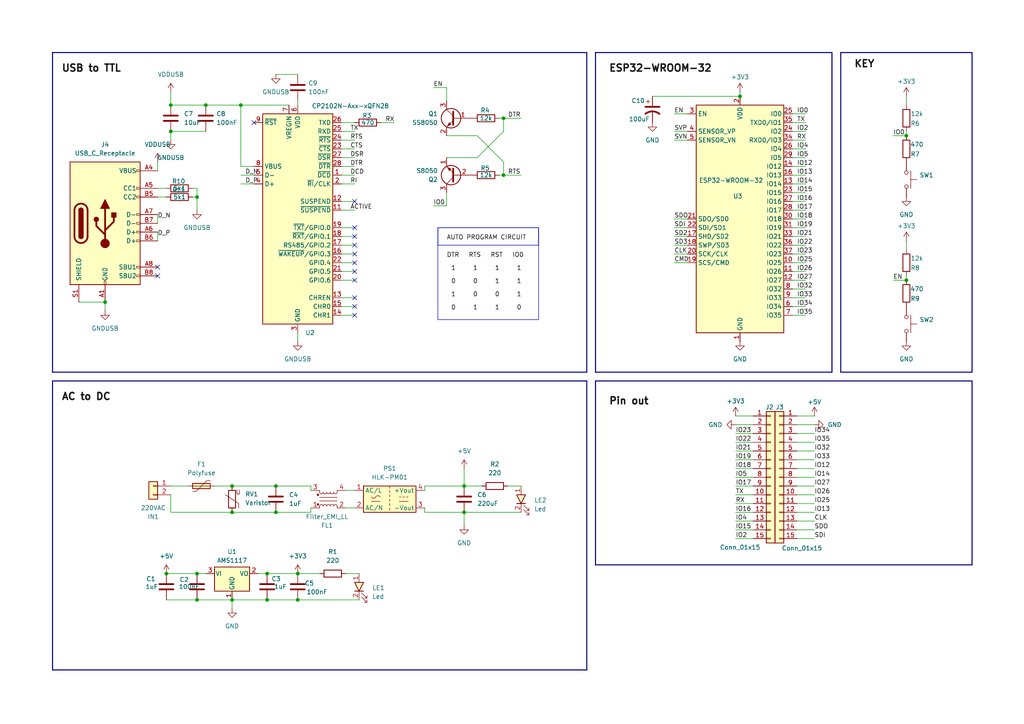
<source format=kicad_sch>
(kicad_sch (version 20231120) (generator "eeschema") (generator_version "8.0")
  (paper "A4")
  (title_block (title "Khối Mạch ESP32") (date "2025-02-28") (company "Trương Ngọc Minh") (comment 1 "MSSV: 22161286") (comment 2 "Ngành Công Nghệ Kĩ Thuật Điện Tử Viễn Thông") (comment 3 "Sơ Đồ Khối Tham Khảo Từ: https://khuenguyencreator.com/tong-quan-ve-so-do-chan-esp32-va-ngoai-vi/"))
  (lib_symbols
    (symbol "AAIVS_SYMBOLS:AMS1117" (pin_names (offset 0.254))
      (property "Reference" "U" (at -3.81 3.175 0))
      (property "Value" "AMS1117" (at 0 3.175 0))
      (symbol "AMS1117_1_1"
        (pin power_in line (at 0 -7.62 90) (length 2.54) (name "GND") (number "1"))
        (pin power_out line (at 7.62 0 180) (length 2.54) (name "VO") (number "2"))
        (pin power_in line (at -7.62 0 0) (length 2.54) (name "VI") (number "3"))
      )
    )
    (symbol "AAIVS_SYMBOLS:C" (pin_numbers hide) (pin_names (offset 0.254))
      (property "Reference" "C" (at 0.635 2.54 0))
      (property "Value" "C" (at 0.635 -2.54 0))
      (symbol "C_1_1"
        (pin passive line (at 0 3.81 270) (length 2.794) (name "~") (number "1"))
        (pin passive line (at 0 -3.81 90) (length 2.794) (name "~") (number "2"))
      )
    )
    (symbol "AAIVS_SYMBOLS:Filter_EMI_LL" (pin_names (offset 0.254) hide)
      (property "Reference" "FL" (at 0 4.445 0))
      (property "Value" "Filter_EMI_LL" (at 0 -4.445 0))
      (symbol "Filter_EMI_LL_1_1"
        (pin passive line (at -5.08 2.54 0) (length 2.54) (name "1") (number "1"))
        (pin passive line (at 5.08 2.54 180) (length 2.54) (name "2") (number "2"))
        (pin passive line (at -5.08 -2.54 0) (length 2.54) (name "3") (number "3"))
        (pin passive line (at 5.08 -2.54 180) (length 2.54) (name "4") (number "4"))
      )
    )
    (symbol "AAIVS_SYMBOLS:Led"
      (property "Reference" "LE" (at 0.508 -2.794 0))
      (property "Value" "Led" (at -0.254 2.794 0))
      (symbol "Led_1_1"
        (pin passive line (at 5.08 0 180) (length 2.54) (name "") (number "1"))
        (pin passive line (at -2.54 0 0) (length 2.54) (name "") (number "2"))
      )
    )
    (symbol "AAIVS_SYMBOLS:Polyfuse" (pin_numbers hide) (pin_names (offset 0))
      (property "Reference" "F" (at -2.54 0 90))
      (property "Value" "Polyfuse" (at 2.54 0 90))
      (symbol "Polyfuse_1_1"
        (pin passive line (at 0 3.81 270) (length 1.27) (name "~") (number "1"))
        (pin passive line (at 0 -3.81 90) (length 1.27) (name "~") (number "2"))
      )
    )
    (symbol "AAIVS_SYMBOLS:R" (pin_numbers hide) (pin_names (offset 0))
      (property "Reference" "R" (at 2.032 0 90))
      (property "Value" "R" (at 0 0 90))
      (symbol "R_1_1"
        (pin passive line (at 0 3.81 270) (length 1.27) (name "~") (number "1"))
        (pin passive line (at 0 -3.81 90) (length 1.27) (name "~") (number "2"))
      )
    )
    (symbol "AAIVS_SYMBOLS:USB_C_Receptacle" (pin_names (offset 1.016))
      (property "Reference" "J" (at -21.59 15.24 0))
      (property "Value" "USB_C_Receptacle" (at -12.7 10.16 0))
      (symbol "USB_C_Receptacle_1_1"
        (pin passive line (at 0 -22.86 90) (length 5.08) (name "GND") (number "A1"))
        (pin passive line (at 0 -22.86 90) (length 5.08) hide (name "GND") (number "A12"))
        (pin passive line (at 15.24 15.24 180) (length 5.08) (name "VBUS") (number "A4"))
        (pin bidirectional line (at 15.24 10.16 180) (length 5.08) (name "CC1") (number "A5"))
        (pin bidirectional line (at 15.24 -2.54 180) (length 5.08) (name "D+") (number "A6"))
        (pin bidirectional line (at 15.24 2.54 180) (length 5.08) (name "D-") (number "A7"))
        (pin bidirectional line (at 15.24 -12.7 180) (length 5.08) (name "SBU1") (number "A8"))
        (pin passive line (at 15.24 15.24 180) (length 5.08) hide (name "VBUS") (number "A9"))
        (pin passive line (at 0 -22.86 90) (length 5.08) hide (name "GND") (number "B1"))
        (pin passive line (at 0 -22.86 90) (length 5.08) hide (name "GND") (number "B12"))
        (pin passive line (at 15.24 15.24 180) (length 5.08) hide (name "VBUS") (number "B4"))
        (pin bidirectional line (at 15.24 7.62 180) (length 5.08) (name "CC2") (number "B5"))
        (pin bidirectional line (at 15.24 -5.08 180) (length 5.08) (name "D+") (number "B6"))
        (pin bidirectional line (at 15.24 0 180) (length 5.08) (name "D-") (number "B7"))
        (pin bidirectional line (at 15.24 -15.24 180) (length 5.08) (name "SBU2") (number "B8"))
        (pin passive line (at 15.24 15.24 180) (length 5.08) hide (name "VBUS") (number "B9"))
        (pin passive line (at -7.62 -22.86 90) (length 5.08) (name "SHIELD") (number "S1"))
      )
    )
    (symbol "AAIVS_SYMBOLS:Varistor" (pin_numbers hide) (pin_names (offset 0))
      (property "Reference" "RV" (at 3.175 0 90))
      (property "Value" "Varistor" (at -3.175 0 90))
      (symbol "Varistor_0_0"
        (text "U" (at -1.778 -2.032 0) (effects (font (size 1.27 1.27))))
      )
      (symbol "Varistor_1_1"
        (pin passive line (at 0 3.81 270) (length 1.27) (name "~") (number "1"))
        (pin passive line (at 0 -3.81 90) (length 1.27) (name "~") (number "2"))
      )
    )
    (symbol "Connector_Generic:Conn_01x02" (pin_names (offset 1.016) hide)
      (property "Reference" "J" (at 0 2.54 0))
      (property "Value" "Conn_01x02" (at 0 -5.08 0))
      (symbol "Conn_01x02_1_1"
        (pin passive line (at -5.08 0 0) (length 3.81) (name "Pin_1") (number "1"))
        (pin passive line (at -5.08 -2.54 0) (length 3.81) (name "Pin_2") (number "2"))
      )
    )
    (symbol "Connector_Generic:Conn_01x15" (pin_names (offset 1.016) hide)
      (property "Reference" "J" (at 0 20.32 0))
      (property "Value" "Conn_01x15" (at 0 -20.32 0))
      (symbol "Conn_01x15_1_1"
        (pin passive line (at -5.08 17.78 0) (length 3.81) (name "Pin_1") (number "1"))
        (pin passive line (at -5.08 -5.08 0) (length 3.81) (name "Pin_10") (number "10"))
        (pin passive line (at -5.08 -7.62 0) (length 3.81) (name "Pin_11") (number "11"))
        (pin passive line (at -5.08 -10.16 0) (length 3.81) (name "Pin_12") (number "12"))
        (pin passive line (at -5.08 -12.7 0) (length 3.81) (name "Pin_13") (number "13"))
        (pin passive line (at -5.08 -15.24 0) (length 3.81) (name "Pin_14") (number "14"))
        (pin passive line (at -5.08 -17.78 0) (length 3.81) (name "Pin_15") (number "15"))
        (pin passive line (at -5.08 15.24 0) (length 3.81) (name "Pin_2") (number "2"))
        (pin passive line (at -5.08 12.7 0) (length 3.81) (name "Pin_3") (number "3"))
        (pin passive line (at -5.08 10.16 0) (length 3.81) (name "Pin_4") (number "4"))
        (pin passive line (at -5.08 7.62 0) (length 3.81) (name "Pin_5") (number "5"))
        (pin passive line (at -5.08 5.08 0) (length 3.81) (name "Pin_6") (number "6"))
        (pin passive line (at -5.08 2.54 0) (length 3.81) (name "Pin_7") (number "7"))
        (pin passive line (at -5.08 0 0) (length 3.81) (name "Pin_8") (number "8"))
        (pin passive line (at -5.08 -2.54 0) (length 3.81) (name "Pin_9") (number "9"))
      )
    )
    (symbol "Converter_ACDC:HLK-PM01"
      (property "Reference" "PS" (at 0 5.08 0))
      (property "Value" "HLK-PM01" (at 0 -5.08 0))
      (symbol "HLK-PM01_1_1"
        (pin power_in line (at -10.16 2.54 0) (length 2.54) (name "AC/L") (number "1"))
        (pin power_in line (at -10.16 -2.54 0) (length 2.54) (name "AC/N") (number "2"))
        (pin power_out line (at 10.16 -2.54 180) (length 2.54) (name "-Vout") (number "3"))
        (pin power_out line (at 10.16 2.54 180) (length 2.54) (name "+Vout") (number "4"))
      )
    )
    (symbol "Device:C" (pin_numbers hide) (pin_names (offset 0.254))
      (property "Reference" "C" (at 0.635 2.54 0))
      (property "Value" "C" (at 0.635 -2.54 0))
      (symbol "C_1_1"
        (pin passive line (at 0 3.81 270) (length 2.794) (name "~") (number "1"))
        (pin passive line (at 0 -3.81 90) (length 2.794) (name "~") (number "2"))
      )
    )
    (symbol "Device:C_Polarized_US" (pin_numbers hide) (pin_names (offset 0.254) hide)
      (property "Reference" "C" (at 0.635 2.54 0))
      (property "Value" "C_Polarized_US" (at 0.635 -2.54 0))
      (symbol "C_Polarized_US_1_1"
        (pin passive line (at 0 3.81 270) (length 2.794) (name "~") (number "1"))
        (pin passive line (at 0 -3.81 90) (length 3.302) (name "~") (number "2"))
      )
    )
    (symbol "Device:R" (pin_numbers hide) (pin_names (offset 0))
      (property "Reference" "R" (at 2.032 0 90))
      (property "Value" "R" (at 0 0 90))
      (symbol "R_1_1"
        (pin passive line (at 0 3.81 270) (length 1.27) (name "~") (number "1"))
        (pin passive line (at 0 -3.81 90) (length 1.27) (name "~") (number "2"))
      )
    )
    (symbol "Interface_USB:CP2102N-Axx-xQFN28"
      (property "Reference" "U" (at -8.89 31.75 0))
      (property "Value" "CP2102N-Axx-xQFN28" (at 12.7 31.75 0))
      (symbol "CP2102N-Axx-xQFN28_1_1"
        (pin input line (at 12.7 12.7 180) (length 2.54) (name "~{DCD}") (number "1"))
        (pin no_connect line (at -10.16 -27.94 0) (length 2.54) hide (name "NC") (number "10"))
        (pin output line (at 12.7 2.54 180) (length 2.54) (name "~{SUSPEND}") (number "11"))
        (pin output line (at 12.7 5.08 180) (length 2.54) (name "SUSPEND") (number "12"))
        (pin output line (at 12.7 -22.86 180) (length 2.54) (name "CHREN") (number "13"))
        (pin output line (at 12.7 -27.94 180) (length 2.54) (name "CHR1") (number "14"))
        (pin output line (at 12.7 -25.4 180) (length 2.54) (name "CHR0") (number "15"))
        (pin bidirectional line (at 12.7 -10.16 180) (length 2.54) (name "~{WAKEUP}/GPIO.3") (number "16"))
        (pin bidirectional line (at 12.7 -7.62 180) (length 2.54) (name "RS485/GPIO.2") (number "17"))
        (pin bidirectional line (at 12.7 -5.08 180) (length 2.54) (name "~{RXT}/GPIO.1") (number "18"))
        (pin bidirectional line (at 12.7 -2.54 180) (length 2.54) (name "~{TXT}/GPIO.0") (number "19"))
        (pin bidirectional line (at 12.7 10.16 180) (length 2.54) (name "~{RI}/CLK") (number "2"))
        (pin bidirectional line (at 12.7 -17.78 180) (length 2.54) (name "GPIO.6") (number "20"))
        (pin bidirectional line (at 12.7 -15.24 180) (length 2.54) (name "GPIO.5") (number "21"))
        (pin bidirectional line (at 12.7 -12.7 180) (length 2.54) (name "GPIO.4") (number "22"))
        (pin input line (at 12.7 20.32 180) (length 2.54) (name "~{CTS}") (number "23"))
        (pin output line (at 12.7 22.86 180) (length 2.54) (name "~{RTS}") (number "24"))
        (pin input line (at 12.7 25.4 180) (length 2.54) (name "RXD") (number "25"))
        (pin output line (at 12.7 27.94 180) (length 2.54) (name "TXD") (number "26"))
        (pin input line (at 12.7 17.78 180) (length 2.54) (name "~{DSR}") (number "27"))
        (pin output line (at 12.7 15.24 180) (length 2.54) (name "~{DTR}") (number "28"))
        (pin passive line (at 0 -33.02 90) (length 2.54) hide (name "GND") (number "29"))
        (pin power_in line (at 0 -33.02 90) (length 2.54) (name "GND") (number "3"))
        (pin bidirectional line (at -12.7 10.16 0) (length 2.54) (name "D+") (number "4"))
        (pin bidirectional line (at -12.7 12.7 0) (length 2.54) (name "D-") (number "5"))
        (pin power_in line (at 0 33.02 270) (length 2.54) (name "VDD") (number "6"))
        (pin power_in line (at -2.54 33.02 270) (length 2.54) (name "VREGIN") (number "7"))
        (pin input line (at -12.7 15.24 0) (length 2.54) (name "VBUS") (number "8"))
        (pin input line (at -12.7 27.94 0) (length 2.54) (name "~{RST}") (number "9"))
      )
    )
    (symbol "RF_Module:ESP32-WROOM-32"
      (property "Reference" "U" (at -12.7 34.29 0))
      (property "Value" "ESP32-WROOM-32" (at 1.27 34.29 0))
      (symbol "ESP32-WROOM-32_1_1"
        (pin power_in line (at 0 -35.56 90) (length 2.54) (name "GND") (number "1"))
        (pin bidirectional line (at 15.24 -12.7 180) (length 2.54) (name "IO25") (number "10"))
        (pin bidirectional line (at 15.24 -15.24 180) (length 2.54) (name "IO26") (number "11"))
        (pin bidirectional line (at 15.24 -17.78 180) (length 2.54) (name "IO27") (number "12"))
        (pin bidirectional line (at 15.24 10.16 180) (length 2.54) (name "IO14") (number "13"))
        (pin bidirectional line (at 15.24 15.24 180) (length 2.54) (name "IO12") (number "14"))
        (pin passive line (at 0 -35.56 90) (length 2.54) hide (name "GND") (number "15"))
        (pin bidirectional line (at 15.24 12.7 180) (length 2.54) (name "IO13") (number "16"))
        (pin bidirectional line (at -15.24 -5.08 0) (length 2.54) (name "SHD/SD2") (number "17"))
        (pin bidirectional line (at -15.24 -7.62 0) (length 2.54) (name "SWP/SD3") (number "18"))
        (pin bidirectional line (at -15.24 -12.7 0) (length 2.54) (name "SCS/CMD") (number "19"))
        (pin power_in line (at 0 35.56 270) (length 2.54) (name "VDD") (number "2"))
        (pin bidirectional line (at -15.24 -10.16 0) (length 2.54) (name "SCK/CLK") (number "20"))
        (pin bidirectional line (at -15.24 0 0) (length 2.54) (name "SDO/SD0") (number "21"))
        (pin bidirectional line (at -15.24 -2.54 0) (length 2.54) (name "SDI/SD1") (number "22"))
        (pin bidirectional line (at 15.24 7.62 180) (length 2.54) (name "IO15") (number "23"))
        (pin bidirectional line (at 15.24 25.4 180) (length 2.54) (name "IO2") (number "24"))
        (pin bidirectional line (at 15.24 30.48 180) (length 2.54) (name "IO0") (number "25"))
        (pin bidirectional line (at 15.24 20.32 180) (length 2.54) (name "IO4") (number "26"))
        (pin bidirectional line (at 15.24 5.08 180) (length 2.54) (name "IO16") (number "27"))
        (pin bidirectional line (at 15.24 2.54 180) (length 2.54) (name "IO17") (number "28"))
        (pin bidirectional line (at 15.24 17.78 180) (length 2.54) (name "IO5") (number "29"))
        (pin input line (at -15.24 30.48 0) (length 2.54) (name "EN") (number "3"))
        (pin bidirectional line (at 15.24 0 180) (length 2.54) (name "IO18") (number "30"))
        (pin bidirectional line (at 15.24 -2.54 180) (length 2.54) (name "IO19") (number "31"))
        (pin no_connect line (at -12.7 -27.94 0) (length 2.54) hide (name "NC") (number "32"))
        (pin bidirectional line (at 15.24 -5.08 180) (length 2.54) (name "IO21") (number "33"))
        (pin bidirectional line (at 15.24 22.86 180) (length 2.54) (name "RXD0/IO3") (number "34"))
        (pin bidirectional line (at 15.24 27.94 180) (length 2.54) (name "TXD0/IO1") (number "35"))
        (pin bidirectional line (at 15.24 -7.62 180) (length 2.54) (name "IO22") (number "36"))
        (pin bidirectional line (at 15.24 -10.16 180) (length 2.54) (name "IO23") (number "37"))
        (pin passive line (at 0 -35.56 90) (length 2.54) hide (name "GND") (number "38"))
        (pin passive line (at 0 -35.56 90) (length 2.54) hide (name "GND") (number "39"))
        (pin input line (at -15.24 25.4 0) (length 2.54) (name "SENSOR_VP") (number "4"))
        (pin input line (at -15.24 22.86 0) (length 2.54) (name "SENSOR_VN") (number "5"))
        (pin input line (at 15.24 -25.4 180) (length 2.54) (name "IO34") (number "6"))
        (pin input line (at 15.24 -27.94 180) (length 2.54) (name "IO35") (number "7"))
        (pin bidirectional line (at 15.24 -20.32 180) (length 2.54) (name "IO32") (number "8"))
        (pin bidirectional line (at 15.24 -22.86 180) (length 2.54) (name "IO33") (number "9"))
      )
    )
    (symbol "Switch:SW_Push" (pin_numbers hide) (pin_names (offset 1.016) hide)
      (property "Reference" "SW" (at 1.27 2.54 0))
      (property "Value" "SW_Push" (at 0 -1.524 0))
      (symbol "SW_Push_0_1"
        (pin passive line (at -5.08 0 0) (length 2.54) (name "1") (number "1"))
        (pin passive line (at 5.08 0 180) (length 2.54) (name "2") (number "2"))
      )
    )
    (symbol "Transistor_BJT:S8050" (pin_names (offset 0) hide)
      (property "Reference" "Q" (at 5.08 1.905 0))
      (property "Value" "S8050" (at 5.08 0 0))
      (symbol "S8050_1_1"
        (pin passive line (at 2.54 -5.08 90) (length 2.54) (name "E") (number "1"))
        (pin input line (at -5.08 0 0) (length 5.08) (name "B") (number "2"))
        (pin passive line (at 2.54 5.08 270) (length 2.54) (name "C") (number "3"))
      )
    )
    (symbol "Transistor_BJT:SS8050" (pin_names (offset 0) hide)
      (property "Reference" "Q" (at 5.08 1.905 0))
      (property "Value" "SS8050" (at 5.08 0 0))
      (symbol "SS8050_1_1"
        (pin input line (at -5.08 0 0) (length 5.715) (name "B") (number "1"))
        (pin passive line (at 2.54 -5.08 90) (length 2.54) (name "E") (number "2"))
        (pin passive line (at 2.54 5.08 270) (length 2.54) (name "C") (number "3"))
      )
    )
    (symbol "power:+3V3" (power) (pin_numbers hide) (pin_names (offset 0) hide)
      (property "Value" "+3V3" (at 0 3.556 0))
      (symbol "+3V3_1_1"
        (pin power_in line (at 0 0 90) (length 0) (name "~") (number "1"))
      )
    )
    (symbol "power:+5V" (power) (pin_numbers hide) (pin_names (offset 0) hide)
      (property "Value" "+5V" (at 0 3.556 0))
      (symbol "+5V_1_1"
        (pin power_in line (at 0 0 90) (length 0) (name "~") (number "1"))
      )
    )
    (symbol "power:GND" (power) (pin_numbers hide) (pin_names (offset 0) hide)
      (property "Value" "GND" (at 0 -3.81 0))
      (symbol "GND_1_1"
        (pin power_in line (at 0 0 270) (length 0) (name "~") (number "1"))
      )
    )
    (symbol "power:VDD" (power) (pin_numbers hide) (pin_names (offset 0) hide)
      (property "Value" "VDD" (at 0 3.556 0))
      (symbol "VDD_1_1"
        (pin power_in line (at 0 0 90) (length 0) (name "~") (number "1"))
      )
    )
  )
  (junction (at 57.15 166.37))
  (junction (at 48.26 166.37))
  (junction (at 146.05 50.8))
  (junction (at 67.31 140.97))
  (junction (at 86.36 173.99))
  (junction (at 49.53 30.48))
  (junction (at 146.05 34.29))
  (junction (at 262.89 39.37))
  (junction (at 214.63 27.94))
  (junction (at 80.01 148.59))
  (junction (at 30.48 87.63))
  (junction (at 134.62 140.97))
  (junction (at 49.53 38.1))
  (junction (at 67.31 148.59))
  (junction (at 77.47 166.37))
  (junction (at 57.15 57.15))
  (junction (at 59.69 30.48))
  (junction (at 262.89 81.28))
  (junction (at 67.31 173.99))
  (junction (at 57.15 173.99))
  (junction (at 86.36 166.37))
  (junction (at 80.01 140.97))
  (junction (at 77.47 173.99))
  (junction (at 69.85 30.48))
  (junction (at 134.62 148.59))
  (no_connect (at 102.87 66.04))
  (no_connect (at 45.72 77.47))
  (no_connect (at 102.87 78.74))
  (no_connect (at 102.87 81.28))
  (no_connect (at 102.87 91.44))
  (no_connect (at 102.87 71.12))
  (no_connect (at 102.87 88.9))
  (no_connect (at 102.87 86.36))
  (no_connect (at 102.87 73.66))
  (no_connect (at 102.87 58.42))
  (no_connect (at 102.87 76.2))
  (no_connect (at 102.87 68.58))
  (no_connect (at 73.66 35.56))
  (no_connect (at 45.72 80.01))
  (wire (pts (xy 99.06 50.8) (xy 102.87 50.8)))
  (bus (pts (xy 172.72 15.24) (xy 172.72 107.95)))
  (bus (pts (xy 172.72 110.49) (xy 281.94 110.49)))
  (wire (pts (xy 262.89 27.94) (xy 262.89 30.48)))
  (wire (pts (xy 99.06 71.12) (xy 102.87 71.12)))
  (wire (pts (xy 77.47 173.99) (xy 86.36 173.99)))
  (wire (pts (xy 99.06 35.56) (xy 102.87 35.56)))
  (wire (pts (xy 22.86 87.63) (xy 30.48 87.63)))
  (wire (pts (xy 231.14 140.97) (xy 236.22 140.97)))
  (wire (pts (xy 100.33 166.37) (xy 104.14 166.37)))
  (bus (pts (xy 243.84 15.24) (xy 243.84 107.95)))
  (wire (pts (xy 74.93 166.37) (xy 77.47 166.37)))
  (wire (pts (xy 99.06 38.1) (xy 102.87 38.1)))
  (wire (pts (xy 67.31 173.99) (xy 67.31 176.53)))
  (wire (pts (xy 213.36 125.73) (xy 218.44 125.73)))
  (wire (pts (xy 80.01 21.59) (xy 86.36 21.59)))
  (wire (pts (xy 229.87 63.5) (xy 233.68 63.5)))
  (wire (pts (xy 99.06 68.58) (xy 102.87 68.58)))
  (wire (pts (xy 55.88 54.61) (xy 57.15 54.61)))
  (wire (pts (xy 57.15 166.37) (xy 59.69 166.37)))
  (wire (pts (xy 229.87 48.26) (xy 233.68 48.26)))
  (bus (pts (xy 172.72 15.24) (xy 241.3 15.24)))
  (wire (pts (xy 229.87 86.36) (xy 233.68 86.36)))
  (wire (pts (xy 229.87 88.9) (xy 233.68 88.9)))
  (wire (pts (xy 123.19 140.97) (xy 134.62 140.97)))
  (bus (pts (xy 243.84 15.24) (xy 281.94 15.24)))
  (wire (pts (xy 213.36 146.05) (xy 218.44 146.05)))
  (wire (pts (xy 229.87 68.58) (xy 233.68 68.58)))
  (wire (pts (xy 213.36 128.27) (xy 218.44 128.27)))
  (wire (pts (xy 86.36 166.37) (xy 92.71 166.37)))
  (wire (pts (xy 262.89 38.1) (xy 262.89 39.37)))
  (wire (pts (xy 69.85 48.26) (xy 73.66 48.26)))
  (wire (pts (xy 80.01 140.97) (xy 90.17 140.97)))
  (wire (pts (xy 99.06 78.74) (xy 102.87 78.74)))
  (bus (pts (xy 172.72 110.49) (xy 172.72 163.83)))
  (wire (pts (xy 129.54 45.72) (xy 138.43 45.72)))
  (wire (pts (xy 48.26 173.99) (xy 57.15 173.99)))
  (wire (pts (xy 123.19 148.59) (xy 134.62 148.59)))
  (wire (pts (xy 69.85 53.34) (xy 73.66 53.34)))
  (bus (pts (xy 15.24 110.49) (xy 15.24 194.31)))
  (wire (pts (xy 229.87 73.66) (xy 233.68 73.66)))
  (wire (pts (xy 110.49 35.56) (xy 114.3 35.56)))
  (wire (pts (xy 30.48 87.63) (xy 30.48 90.17)))
  (wire (pts (xy 231.14 151.13) (xy 236.22 151.13)))
  (bus (pts (xy 170.18 15.24) (xy 170.18 107.95)))
  (wire (pts (xy 123.19 142.24) (xy 123.19 140.97)))
  (wire (pts (xy 229.87 66.04) (xy 233.68 66.04)))
  (wire (pts (xy 80.01 148.59) (xy 90.17 148.59)))
  (wire (pts (xy 213.36 153.67) (xy 218.44 153.67)))
  (bus (pts (xy 241.3 107.95) (xy 241.3 15.24)))
  (wire (pts (xy 100.33 147.32) (xy 102.87 147.32)))
  (wire (pts (xy 229.87 45.72) (xy 233.68 45.72)))
  (wire (pts (xy 229.87 78.74) (xy 233.68 78.74)))
  (wire (pts (xy 144.78 34.29) (xy 146.05 34.29)))
  (wire (pts (xy 214.63 26.67) (xy 214.63 27.94)))
  (wire (pts (xy 229.87 50.8) (xy 233.68 50.8)))
  (wire (pts (xy 57.15 57.15) (xy 55.88 57.15)))
  (wire (pts (xy 229.87 60.96) (xy 233.68 60.96)))
  (wire (pts (xy 213.36 120.65) (xy 218.44 120.65)))
  (wire (pts (xy 146.05 34.29) (xy 146.05 38.1)))
  (wire (pts (xy 86.36 173.99) (xy 104.14 173.99)))
  (wire (pts (xy 147.32 140.97) (xy 151.13 140.97)))
  (wire (pts (xy 134.62 135.89) (xy 134.62 140.97)))
  (bus (pts (xy 15.24 194.31) (xy 170.18 194.31)))
  (wire (pts (xy 67.31 173.99) (xy 77.47 173.99)))
  (wire (pts (xy 146.05 50.8) (xy 151.13 50.8)))
  (wire (pts (xy 195.58 73.66) (xy 199.39 73.66)))
  (bus (pts (xy 170.18 194.31) (xy 170.18 110.49)))
  (wire (pts (xy 231.14 135.89) (xy 236.22 135.89)))
  (wire (pts (xy 213.36 140.97) (xy 218.44 140.97)))
  (bus (pts (xy 172.72 107.95) (xy 241.3 107.95)))
  (wire (pts (xy 231.14 153.67) (xy 236.22 153.67)))
  (wire (pts (xy 229.87 71.12) (xy 233.68 71.12)))
  (wire (pts (xy 86.36 29.21) (xy 86.36 30.48)))
  (wire (pts (xy 213.36 130.81) (xy 218.44 130.81)))
  (bus (pts (xy 170.18 110.49) (xy 15.24 110.49)))
  (wire (pts (xy 195.58 40.64) (xy 199.39 40.64)))
  (wire (pts (xy 99.06 73.66) (xy 102.87 73.66)))
  (wire (pts (xy 99.06 60.96) (xy 102.87 60.96)))
  (wire (pts (xy 125.73 25.4) (xy 129.54 25.4)))
  (wire (pts (xy 90.17 147.32) (xy 90.17 148.59)))
  (wire (pts (xy 213.36 138.43) (xy 218.44 138.43)))
  (wire (pts (xy 231.14 120.65) (xy 236.22 120.65)))
  (wire (pts (xy 99.06 88.9) (xy 102.87 88.9)))
  (wire (pts (xy 99.06 91.44) (xy 102.87 91.44)))
  (wire (pts (xy 189.23 27.94) (xy 214.63 27.94)))
  (wire (pts (xy 99.06 76.2) (xy 102.87 76.2)))
  (wire (pts (xy 231.14 125.73) (xy 236.22 125.73)))
  (wire (pts (xy 231.14 148.59) (xy 236.22 148.59)))
  (wire (pts (xy 231.14 123.19) (xy 236.22 123.19)))
  (wire (pts (xy 62.23 140.97) (xy 67.31 140.97)))
  (wire (pts (xy 259.08 39.37) (xy 262.89 39.37)))
  (wire (pts (xy 213.36 135.89) (xy 218.44 135.89)))
  (wire (pts (xy 99.06 53.34) (xy 102.87 53.34)))
  (wire (pts (xy 49.53 38.1) (xy 49.53 40.64)))
  (bus (pts (xy 281.94 163.83) (xy 281.94 110.49)))
  (wire (pts (xy 146.05 34.29) (xy 151.13 34.29)))
  (wire (pts (xy 144.78 50.8) (xy 146.05 50.8)))
  (wire (pts (xy 134.62 148.59) (xy 134.62 152.4)))
  (wire (pts (xy 229.87 38.1) (xy 233.68 38.1)))
  (wire (pts (xy 77.47 166.37) (xy 86.36 166.37)))
  (wire (pts (xy 49.53 26.67) (xy 49.53 30.48)))
  (wire (pts (xy 229.87 91.44) (xy 233.68 91.44)))
  (wire (pts (xy 125.73 59.69) (xy 129.54 59.69)))
  (wire (pts (xy 213.36 143.51) (xy 218.44 143.51)))
  (wire (pts (xy 134.62 148.59) (xy 151.13 148.59)))
  (wire (pts (xy 231.14 143.51) (xy 236.22 143.51)))
  (wire (pts (xy 138.43 45.72) (xy 146.05 38.1)))
  (wire (pts (xy 69.85 30.48) (xy 83.82 30.48)))
  (wire (pts (xy 49.53 148.59) (xy 67.31 148.59)))
  (wire (pts (xy 229.87 83.82) (xy 233.68 83.82)))
  (wire (pts (xy 213.36 133.35) (xy 218.44 133.35)))
  (wire (pts (xy 57.15 54.61) (xy 57.15 57.15)))
  (wire (pts (xy 213.36 156.21) (xy 218.44 156.21)))
  (wire (pts (xy 123.19 147.32) (xy 123.19 148.59)))
  (wire (pts (xy 213.36 148.59) (xy 218.44 148.59)))
  (wire (pts (xy 195.58 68.58) (xy 199.39 68.58)))
  (wire (pts (xy 134.62 140.97) (xy 139.7 140.97)))
  (wire (pts (xy 229.87 76.2) (xy 233.68 76.2)))
  (wire (pts (xy 67.31 140.97) (xy 80.01 140.97)))
  (wire (pts (xy 100.33 142.24) (xy 102.87 142.24)))
  (wire (pts (xy 129.54 55.88) (xy 129.54 59.69)))
  (wire (pts (xy 195.58 38.1) (xy 199.39 38.1)))
  (wire (pts (xy 45.72 46.99) (xy 45.72 49.53)))
  (wire (pts (xy 229.87 43.18) (xy 233.68 43.18)))
  (wire (pts (xy 138.43 39.37) (xy 146.05 46.99)))
  (wire (pts (xy 69.85 50.8) (xy 73.66 50.8)))
  (wire (pts (xy 99.06 43.18) (xy 102.87 43.18)))
  (wire (pts (xy 57.15 60.96) (xy 57.15 57.15)))
  (wire (pts (xy 195.58 33.02) (xy 199.39 33.02)))
  (wire (pts (xy 231.14 133.35) (xy 236.22 133.35)))
  (wire (pts (xy 195.58 63.5) (xy 199.39 63.5)))
  (wire (pts (xy 49.53 140.97) (xy 54.61 140.97)))
  (wire (pts (xy 231.14 130.81) (xy 236.22 130.81)))
  (wire (pts (xy 259.08 81.28) (xy 262.89 81.28)))
  (wire (pts (xy 45.72 67.31) (xy 45.72 69.85)))
  (bus (pts (xy 172.72 163.83) (xy 281.94 163.83)))
  (wire (pts (xy 229.87 40.64) (xy 233.68 40.64)))
  (wire (pts (xy 229.87 55.88) (xy 233.68 55.88)))
  (wire (pts (xy 229.87 35.56) (xy 233.68 35.56)))
  (wire (pts (xy 231.14 156.21) (xy 236.22 156.21)))
  (wire (pts (xy 99.06 86.36) (xy 102.87 86.36)))
  (wire (pts (xy 262.89 69.85) (xy 262.89 72.39)))
  (wire (pts (xy 48.26 166.37) (xy 57.15 166.37)))
  (wire (pts (xy 49.53 38.1) (xy 59.69 38.1)))
  (wire (pts (xy 99.06 81.28) (xy 102.87 81.28)))
  (wire (pts (xy 57.15 173.99) (xy 67.31 173.99)))
  (bus (pts (xy 15.24 15.24) (xy 170.18 15.24)))
  (wire (pts (xy 213.36 151.13) (xy 218.44 151.13)))
  (wire (pts (xy 99.06 58.42) (xy 102.87 58.42)))
  (wire (pts (xy 229.87 33.02) (xy 233.68 33.02)))
  (wire (pts (xy 231.14 128.27) (xy 236.22 128.27)))
  (wire (pts (xy 229.87 53.34) (xy 233.68 53.34)))
  (wire (pts (xy 195.58 66.04) (xy 199.39 66.04)))
  (wire (pts (xy 213.36 123.19) (xy 218.44 123.19)))
  (wire (pts (xy 49.53 143.51) (xy 49.53 148.59)))
  (wire (pts (xy 45.72 62.23) (xy 45.72 64.77)))
  (wire (pts (xy 195.58 76.2) (xy 199.39 76.2)))
  (bus (pts (xy 243.84 107.95) (xy 281.94 107.95)))
  (wire (pts (xy 99.06 40.64) (xy 102.87 40.64)))
  (wire (pts (xy 45.72 54.61) (xy 48.26 54.61)))
  (wire (pts (xy 229.87 58.42) (xy 233.68 58.42)))
  (wire (pts (xy 99.06 48.26) (xy 102.87 48.26)))
  (wire (pts (xy 86.36 96.52) (xy 86.36 99.06)))
  (wire (pts (xy 49.53 30.48) (xy 59.69 30.48)))
  (wire (pts (xy 99.06 45.72) (xy 102.87 45.72)))
  (wire (pts (xy 129.54 29.21) (xy 129.54 25.4)))
  (wire (pts (xy 231.14 146.05) (xy 236.22 146.05)))
  (wire (pts (xy 69.85 30.48) (xy 69.85 48.26)))
  (wire (pts (xy 99.06 66.04) (xy 102.87 66.04)))
  (bus (pts (xy 281.94 107.95) (xy 281.94 15.24)))
  (wire (pts (xy 195.58 71.12) (xy 199.39 71.12)))
  (wire (pts (xy 146.05 46.99) (xy 146.05 50.8)))
  (wire (pts (xy 231.14 138.43) (xy 236.22 138.43)))
  (bus (pts (xy 15.24 15.24) (xy 15.24 107.95)))
  (wire (pts (xy 59.69 30.48) (xy 69.85 30.48)))
  (wire (pts (xy 67.31 148.59) (xy 80.01 148.59)))
  (wire (pts (xy 45.72 57.15) (xy 48.26 57.15)))
  (bus (pts (xy 170.18 107.95) (xy 15.24 107.95)))
  (wire (pts (xy 90.17 142.24) (xy 90.17 140.97)))
  (wire (pts (xy 229.87 81.28) (xy 233.68 81.28)))
  (wire (pts (xy 262.89 80.01) (xy 262.89 81.28)))
  (wire (pts (xy 129.54 39.37) (xy 138.43 39.37)))
  (rectangle (start 127 66.04) (end 156.21 92.71))
  (rectangle (start 127 66.04) (end 156.21 71.12))
  (label "IO5" (at 213.36 138.43 0))
  (label "IO22" (at 213.36 128.27 0))
  (label "TX" (at 213.36 143.51 0))
  (label "KEY" (at 247.65 20.32 0) (effects (font (size 2.032 2.032) (thickness 0.4064) (bold yes))))
  (label "IO33" (at 236.22 133.35 0))
  (label "DTR" (at 129.54 74.93 0))
  (label "CMD" (at 195.58 76.2 0))
  (label "IO0" (at 148.59 74.93 0))
  (label "IO12" (at 236.22 135.89 0))
  (label "SVN" (at 195.58 40.64 0))
  (label "IO21" (at 231.14 68.58 0))
  (label "IO14" (at 236.22 138.43 0))
  (label "1" (at 137.16 90.17 0))
  (label "RST" (at 142.24 74.93 0))
  (label "Pin out" (at 176.53 118.11 0) (effects (font (size 2.032 2.032) (thickness 0.4064) (bold yes))))
  (label "0" (at 130.81 82.55 0))
  (label "SVP" (at 195.58 38.1 0))
  (label "IO2" (at 213.36 156.21 0))
  (label "RX" (at 213.36 146.05 0))
  (label "IO17" (at 213.36 140.97 0))
  (label "IO14" (at 231.14 53.34 0))
  (label "IO35" (at 236.22 128.27 0))
  (label "IO0" (at 259.08 39.37 0))
  (label "RX" (at 231.14 40.64 0))
  (label "RX" (at 111.76 35.56 0))
  (label "IO33" (at 231.14 86.36 0))
  (label "EN" (at 195.58 33.02 0))
  (label "DCD" (at 101.6 50.8 0))
  (label "IO25" (at 231.14 76.2 0))
  (label "0" (at 137.16 82.55 0))
  (label "1" (at 149.86 78.74 0))
  (label "D_P" (at 45.72 68.58 0))
  (label "IO27" (at 231.14 81.28 0))
  (label "RTS" (at 135.89 74.93 0))
  (label "IO35" (at 231.14 91.44 0))
  (label "IO0" (at 231.14 33.02 0))
  (label "IO26" (at 231.14 78.74 0))
  (label "IO12" (at 231.14 48.26 0))
  (label "D_N" (at 71.12 50.8 0))
  (label "SD2" (at 195.58 68.58 0))
  (label "IO23" (at 231.14 73.66 0))
  (label "IO34" (at 231.14 88.9 0))
  (label "0" (at 137.16 86.36 0))
  (label "0" (at 143.51 86.36 0))
  (label "CTS" (at 101.6 43.18 0))
  (label "SDI" (at 236.22 156.21 0))
  (label "IO5" (at 231.14 45.72 0))
  (label "CLK" (at 195.58 73.66 0))
  (label "IO15" (at 213.36 153.67 0))
  (label "IO32" (at 236.22 130.81 0))
  (label "SDI" (at 195.58 66.04 0))
  (label "AC to DC" (at 17.78 116.84 0) (effects (font (size 2.032 2.032) (thickness 0.4064) (bold yes))))
  (label "IO19" (at 213.36 133.35 0))
  (label "IO22" (at 231.14 71.12 0))
  (label "SDO" (at 195.58 63.5 0))
  (label "ACTIVE" (at 101.6 60.96 0))
  (label "RTS" (at 147.32 50.8 0))
  (label "SDO" (at 236.22 153.67 0))
  (label "DSR" (at 101.6 45.72 0))
  (label "1" (at 130.81 78.74 0))
  (label "IO18" (at 231.14 63.5 0))
  (label "IO13" (at 236.22 148.59 0))
  (label "TX" (at 101.6 38.1 0))
  (label "IO2" (at 231.14 38.1 0))
  (label "IO17" (at 231.14 60.96 0))
  (label "0" (at 149.86 90.17 0))
  (label "IO26" (at 236.22 143.51 0))
  (label "DTR" (at 147.32 34.29 0))
  (label "IO25" (at 236.22 146.05 0))
  (label "TX" (at 231.14 35.56 0))
  (label "RTS" (at 101.6 40.64 0))
  (label "IO18" (at 213.36 135.89 0))
  (label "IO16" (at 213.36 148.59 0))
  (label "1" (at 137.16 78.74 0))
  (label "0" (at 130.81 90.17 0))
  (label "RI" (at 101.6 53.34 0))
  (label "ESP32-WROOM-32" (at 176.53 21.59 0) (effects (font (size 2.032 2.032) (thickness 0.4064) (bold yes))))
  (label "USB to TTL" (at 17.78 21.59 0) (effects (font (size 2.032 2.032) (thickness 0.4064) (bold yes))))
  (label "1" (at 130.81 86.36 0))
  (label "IO34" (at 236.22 125.73 0))
  (label "IO4" (at 231.14 43.18 0))
  (label "IO16" (at 231.14 58.42 0))
  (label "IO21" (at 213.36 130.81 0))
  (label "DTR" (at 101.6 48.26 0))
  (label "IO15" (at 231.14 55.88 0))
  (label "IO4" (at 213.36 151.13 0))
  (label "1" (at 143.51 82.55 0))
  (label "AUTO PROGRAM CIRCUIT" (at 129.54 69.85 0))
  (label "IO0" (at 125.73 59.69 0))
  (label "SD3" (at 195.58 71.12 0))
  (label "IO23" (at 213.36 125.73 0))
  (label "1" (at 149.86 86.36 0))
  (label "D_N" (at 45.72 63.5 0))
  (label "IO32" (at 231.14 83.82 0))
  (label "IO27" (at 236.22 140.97 0))
  (label "CLK" (at 236.22 151.13 0))
  (label "EN" (at 259.08 81.28 0))
  (label "D_P" (at 71.12 53.34 0))
  (label "1" (at 149.86 82.55 0))
  (label "1" (at 143.51 78.74 0))
  (label "IO13" (at 231.14 50.8 0))
  (label "EN" (at 125.73 25.4 0))
  (label "1" (at 143.51 90.17 0))
  (label "IO19" (at 231.14 66.04 0))
  (symbol (lib_id "Device:C_Polarized_US") (at 189.23 31.75 0) (unit 1)
    (property "Reference" "C10" (at 183.134 29.21 0) (effects (justify left)))
    (property "Value" "100uF" (at 182.372 34.544 0) (effects (justify left)))
    (property "Footprint" "IVS_FOOTPRINTS:C_0603" (effects (hide yes)))
    (property "Description" "Polarized capacitor, US symbol" (effects (hide yes)))
  )
  (symbol (lib_id "Device:R") (at 52.07 57.15 270) (unit 1)
    (property "Reference" "R11" (at 51.816 55.118 90))
    (property "Value" "5k1" (at 52.07 57.15 90))
    (property "Footprint" "IVS_FOOTPRINTS:R_0603" (effects (hide yes)))
    (property "Description" "Resistor" (effects (hide yes)))
  )
  (symbol (lib_id "power:GND") (at 189.23 35.56 0) (unit 1)
    (property "Reference" "#PWR012" (effects (hide yes)))
    (property "Value" "GND" (at 189.23 40.64 0))
    (property "Description" "Power symbol creates a global label with name \"GND\" , ground" (effects (hide yes)))
  )
  (symbol (lib_id "AAIVS_SYMBOLS:C") (at 86.36 170.18 0) (unit 1)
    (property "Reference" "C5" (at 88.392 169.164 0) (effects (justify left)))
    (property "Value" "100nF" (at 88.9 171.704 0) (effects (justify left)))
    (property "Footprint" "IVS_FOOTPRINTS:C_0603" (effects (hide yes)))
    (property "Description" "Unpolarized capacitor" (effects (hide yes)))
  )
  (symbol (lib_id "power:VDD") (at 45.72 46.99 0) (unit 1)
    (property "Reference" "#PWR024" (effects (hide yes)))
    (property "Value" "VDDUSB" (at 45.72 41.91 0))
    (property "Description" "Power symbol creates a global label with name \"VDD\"" (effects (hide yes)))
  )
  (symbol (lib_id "Device:R") (at 140.97 34.29 270) (unit 1)
    (property "Reference" "R4" (at 140.716 32.004 90))
    (property "Value" "12k" (at 140.97 34.29 90))
    (property "Footprint" "IVS_FOOTPRINTS:R_0603" (effects (hide yes)))
    (property "Description" "Resistor" (effects (hide yes)))
  )
  (symbol (lib_id "Converter_ACDC:HLK-PM01") (at 113.03 144.78 0) (unit 1)
    (property "Reference" "PS1" (at 113.03 135.89 0))
    (property "Value" "HLK-PM01" (at 113.03 138.43 0))
    (property "Footprint" "IVS_FOOTPRINTS:PowerSuppy-ACDC-HLK_P01" (effects (hide yes)))
    (property "Datasheet" "https://h.hlktech.com/download/ACDC%E7%94%B5%E6%BA%90%E6%A8%A1%E5%9D%973W%E7%B3%BB%E5%88%97/1/%E6%B5%B7%E5%87%8C%E7%A7%913W%E7%B3%BB%E5%88%97%E7%94%B5%E6%BA%90%E6%A8%A1%E5%9D%97%E8%A7%84%E6%A0%BC%E4%B9%A6V2.8.pdf" (effects (hide yes)))
    (property "Description" "Compact AC/DC board mount power module 3W 5V" (effects (hide yes)))
  )
  (symbol (lib_id "Connector_Generic:Conn_01x15") (at 226.06 138.43 0) (mirror y) (unit 1)
    (property "Reference" "J3" (at 227.33 118.11 0) (effects (justify left)))
    (property "Value" "Conn_01x15" (at 238.506 159.004 0) (effects (justify left)))
    (property "Footprint" "Connector_PinHeader_2.54mm:PinHeader_1x15_P2.54mm_Vertical" (effects (hide yes)))
    (property "Description" "Generic connector, single row, 01x15, script generated (kicad-library-utils/schlib/autogen/connector/)" (effects (hide yes)))
  )
  (symbol (lib_id "Transistor_BJT:S8050") (at 132.08 50.8 180) (unit 1)
    (property "Reference" "Q2" (at 127 52.0701 0) (effects (justify left)))
    (property "Value" "S8050" (at 127 49.5301 0) (effects (justify left)))
    (property "Footprint" "Package_TO_SOT_SMD:SOT-23" (effects (hide yes)))
    (property "Datasheet" "http://www.unisonic.com.tw/datasheet/S8050.pdf" (effects (hide yes)))
    (property "Description" "0.7A Ic, 20V Vce, Low Voltage High Current NPN Transistor, TO-92" (effects (hide yes)))
  )
  (symbol (lib_id "Interface_USB:CP2102N-Axx-xQFN28") (at 86.36 63.5 0) (unit 1)
    (property "Reference" "U2" (at 88.5541 96.52 0) (effects (justify left)))
    (property "Value" "CP2102N-Axx-xQFN28" (at 90.424 30.734 0) (effects (justify left)))
    (property "Footprint" "Package_DFN_QFN:QFN-28-1EP_5x5mm_P0.5mm_EP3.35x3.35mm" (effects (hide yes)))
    (property "Datasheet" "https://www.silabs.com/documents/public/data-sheets/cp2102n-datasheet.pdf" (effects (hide yes)))
    (property "Description" "USB to UART master bridge, QFN-28" (effects (hide yes)))
  )
  (symbol (lib_id "AAIVS_SYMBOLS:C") (at 48.26 170.18 0) (unit 1)
    (property "Reference" "C1" (at 42.418 167.894 0) (effects (justify left)))
    (property "Value" "1uF" (at 42.164 170.18 0) (effects (justify left)))
    (property "Footprint" "IVS_FOOTPRINTS:C_0603" (effects (hide yes)))
    (property "Description" "Unpolarized capacitor" (effects (hide yes)))
  )
  (symbol (lib_id "AAIVS_SYMBOLS:C") (at 134.62 144.78 0) (unit 1)
    (property "Reference" "C6" (at 138.43 143.5099 0) (effects (justify left)))
    (property "Value" "220uF" (at 138.43 146.0499 0) (effects (justify left)))
    (property "Footprint" "Capacitor_SMD:CP_Elec_5x3" (effects (hide yes)))
    (property "Description" "Unpolarized capacitor" (effects (hide yes)))
  )
  (symbol (lib_id "Device:R") (at 52.07 54.61 270) (unit 1)
    (property "Reference" "R10" (at 51.816 52.578 90))
    (property "Value" "5k1" (at 52.07 54.61 90))
    (property "Footprint" "IVS_FOOTPRINTS:R_0603" (effects (hide yes)))
    (property "Description" "Resistor" (effects (hide yes)))
  )
  (symbol (lib_id "power:GND") (at 57.15 60.96 0) (unit 1)
    (property "Reference" "#PWR025" (effects (hide yes)))
    (property "Value" "GNDUSB" (at 57.15 66.04 0))
    (property "Description" "Power symbol creates a global label with name \"GND\" , ground" (effects (hide yes)))
  )
  (symbol (lib_id "power:GND") (at 49.53 40.64 0) (unit 1)
    (property "Reference" "#PWR08" (effects (hide yes)))
    (property "Value" "GNDUSB" (at 49.53 45.72 0))
    (property "Description" "Power symbol creates a global label with name \"GND\" , ground" (effects (hide yes)))
  )
  (symbol (lib_id "AAIVS_SYMBOLS:C") (at 77.47 170.18 0) (unit 1)
    (property "Reference" "C3" (at 78.74 167.894 0) (effects (justify left)))
    (property "Value" "1uF" (at 79.502 170.18 0) (effects (justify left)))
    (property "Footprint" "IVS_FOOTPRINTS:C_0603" (effects (hide yes)))
    (property "Description" "Unpolarized capacitor" (effects (hide yes)))
  )
  (symbol (lib_id "Device:R") (at 140.97 50.8 270) (unit 1)
    (property "Reference" "R5" (at 140.716 48.768 90))
    (property "Value" "12k" (at 140.97 50.8 90))
    (property "Footprint" "IVS_FOOTPRINTS:R_0603" (effects (hide yes)))
    (property "Description" "Resistor" (effects (hide yes)))
  )
  (symbol (lib_id "AAIVS_SYMBOLS:AMS1117") (at 67.31 166.37 0) (unit 1)
    (property "Reference" "U1" (at 67.31 160.02 0))
    (property "Value" "AMS1117" (at 67.31 162.56 0))
    (property "Footprint" "IVS_FOOTPRINTS:SOT233" (effects (hide yes)))
    (property "Datasheet" "http://www.advanced-monolithic.com/pdf/ds1117.pdf" (effects (hide yes)))
    (property "Description" "1A Low Dropout regulator, positive, 1.5V fixed output, TO-252" (effects (hide yes)))
  )
  (symbol (lib_id "AAIVS_SYMBOLS:C") (at 57.15 170.18 0) (unit 1)
    (property "Reference" "C2" (at 52.07 168.148 0) (effects (justify left)))
    (property "Value" "100nF" (at 51.816 170.18 0) (effects (justify left)))
    (property "Footprint" "IVS_FOOTPRINTS:C_0603" (effects (hide yes)))
    (property "Description" "Unpolarized capacitor" (effects (hide yes)))
  )
  (symbol (lib_id "Device:R") (at 262.89 76.2 180) (unit 1)
    (property "Reference" "R8" (at 265.43 77.724 0))
    (property "Value" "12k" (at 265.938 74.93 0))
    (property "Footprint" "IVS_FOOTPRINTS:R_0603" (effects (hide yes)))
    (property "Description" "Resistor" (effects (hide yes)))
  )
  (symbol (lib_id "Connector_Generic:Conn_01x15") (at 223.52 138.43 0) (unit 1)
    (property "Reference" "J2" (at 221.996 118.11 0) (effects (justify left)))
    (property "Value" "Conn_01x15" (at 208.788 158.75 0) (effects (justify left)))
    (property "Footprint" "Connector_PinHeader_2.54mm:PinHeader_1x15_P2.54mm_Vertical" (effects (hide yes)))
    (property "Description" "Generic connector, single row, 01x15, script generated (kicad-library-utils/schlib/autogen/connector/)" (effects (hide yes)))
  )
  (symbol (lib_id "Connector_Generic:Conn_01x02") (at 44.45 140.97 0) (mirror y) (unit 1)
    (property "Reference" "IN1" (at 44.45 149.86 0))
    (property "Value" "220VAC" (at 44.45 147.32 0))
    (property "Footprint" "IVS_FOOTPRINTS:TerminalBlock-Vert-THT-2P-5.08mm-KF5.08" (effects (hide yes)))
    (property "Description" "Generic connector, single row, 01x02, script generated (kicad-library-utils/schlib/autogen/connector/)" (effects (hide yes)))
  )
  (symbol (lib_id "Switch:SW_Push") (at 262.89 52.07 270) (unit 1)
    (property "Reference" "SW1" (at 266.7 50.7999 90) (effects (justify left)))
    (property "Value" "SW_Push" (effects (hide yes)))
    (property "Footprint" "Button_Switch_SMD:SW_Push_SPST_NO_Alps_SKRK" (effects (hide yes)))
    (property "Description" "Push button switch, generic, two pins" (effects (hide yes)))
  )
  (symbol (lib_id "AAIVS_SYMBOLS:Varistor") (at 67.31 144.78 180) (unit 1)
    (property "Reference" "RV1" (at 71.12 143.3165 0) (effects (justify right)))
    (property "Value" "Varistor" (at 71.12 145.8565 0) (effects (justify right)))
    (property "Footprint" "IVS_FOOTPRINTS:Varistor-RV-Disc-D12mm-W3.9mm-P7.5mm" (effects (hide yes)))
    (property "Description" "Voltage dependent resistor" (effects (hide yes)))
  )
  (symbol (lib_id "power:VDD") (at 214.63 26.67 0) (unit 1)
    (property "Reference" "#PWR013" (effects (hide yes)))
    (property "Value" "+3V3" (at 214.63 22.352 0))
    (property "Description" "Power symbol creates a global label with name \"VDD\"" (effects (hide yes)))
  )
  (symbol (lib_id "Device:C") (at 49.53 34.29 0) (unit 1)
    (property "Reference" "C7" (at 53.34 33.0199 0) (effects (justify left)))
    (property "Value" "10uF" (at 53.34 35.5599 0) (effects (justify left)))
    (property "Footprint" "IVS_FOOTPRINTS:C_0603" (effects (hide yes)))
    (property "Description" "Unpolarized capacitor" (effects (hide yes)))
  )
  (symbol (lib_id "AAIVS_SYMBOLS:Led") (at 151.13 146.05 90) (unit 1)
    (property "Reference" "LE2" (at 154.94 145.0974 90) (effects (justify right)))
    (property "Value" "Led" (at 154.94 147.6374 90) (effects (justify right)))
    (property "Footprint" "IVS_FOOTPRINTS:L_0603" (effects (hide yes)))
  )
  (symbol (lib_id "power:GND") (at 213.36 123.19 270) (unit 1)
    (property "Reference" "#PWR020" (effects (hide yes)))
    (property "Value" "GND" (at 209.55 123.1899 90) (effects (justify right)))
    (property "Description" "Power symbol creates a global label with name \"GND\" , ground" (effects (hide yes)))
  )
  (symbol (lib_id "AAIVS_SYMBOLS:Filter_EMI_LL") (at 95.25 144.78 0) (mirror x) (unit 1)
    (property "Reference" "FL1" (at 94.869 152.4 0))
    (property "Value" "Filter_EMI_LL" (at 94.869 149.86 0))
    (property "Footprint" "IVS_FOOTPRINTS:ACFilterChoke-UU9.8" (effects (hide yes)))
    (property "Description" "EMI 2-inductor filter" (effects (hide yes)))
  )
  (symbol (lib_id "power:VDD") (at 49.53 26.67 0) (unit 1)
    (property "Reference" "#PWR07" (effects (hide yes)))
    (property "Value" "VDDUSB" (at 49.53 21.59 0))
    (property "Description" "Power symbol creates a global label with name \"VDD\"" (effects (hide yes)))
  )
  (symbol (lib_id "power:GND") (at 86.36 99.06 0) (unit 1)
    (property "Reference" "#PWR011" (effects (hide yes)))
    (property "Value" "GNDUSB" (at 86.36 104.14 0))
    (property "Description" "Power symbol creates a global label with name \"GND\" , ground" (effects (hide yes)))
  )
  (symbol (lib_id "Device:R") (at 262.89 43.18 180) (unit 1)
    (property "Reference" "R7" (at 265.43 44.704 0))
    (property "Value" "470" (at 265.938 41.91 0))
    (property "Footprint" "IVS_FOOTPRINTS:R_0603" (effects (hide yes)))
    (property "Description" "Resistor" (effects (hide yes)))
  )
  (symbol (lib_id "AAIVS_SYMBOLS:C") (at 80.01 144.78 0) (unit 1)
    (property "Reference" "C4" (at 83.82 143.5099 0) (effects (justify left)))
    (property "Value" "1uF" (at 83.82 146.0499 0) (effects (justify left)))
    (property "Footprint" "IVS_FOOTPRINTS:C-Polyester-Rect-L16.5mm-W5.0mm-P15.00mm-MKT" (effects (hide yes)))
    (property "Description" "Unpolarized capacitor" (effects (hide yes)))
  )
  (symbol (lib_id "RF_Module:ESP32-WROOM-32") (at 214.63 63.5 0) (unit 1)
    (property "Reference" "U3" (at 212.598 56.896 0) (effects (justify left)))
    (property "Value" "ESP32-WROOM-32" (at 202.692 52.324 0) (effects (justify left)))
    (property "Footprint" "RF_Module:ESP32-WROOM-32" (effects (hide yes)))
    (property "Datasheet" "https://www.espressif.com/sites/default/files/documentation/esp32-wroom-32_datasheet_en.pdf" (effects (hide yes)))
    (property "Description" "RF Module, ESP32-D0WDQ6 SoC, Wi-Fi 802.11b/g/n, Bluetooth, BLE, 32-bit, 2.7-3.6V, onboard antenna, SMD" (effects (hide yes)))
  )
  (symbol (lib_id "Transistor_BJT:SS8050") (at 132.08 34.29 0) (mirror y) (unit 1)
    (property "Reference" "Q1" (at 127 33.0199 0) (effects (justify left)))
    (property "Value" "SS8050" (at 127 35.5599 0) (effects (justify left)))
    (property "Footprint" "Package_TO_SOT_SMD:SOT-23" (effects (hide yes)))
    (property "Datasheet" "http://www.secosgmbh.com/datasheet/products/SSMPTransistor/SOT-23/SS8050.pdf" (effects (hide yes)))
    (property "Description" "General Purpose NPN Transistor, 1.5A Ic, 25V Vce, SOT-23" (effects (hide yes)))
  )
  (symbol (lib_id "Device:C") (at 59.69 34.29 0) (unit 1)
    (property "Reference" "C8" (at 62.738 33.02 0) (effects (justify left)))
    (property "Value" "100nF" (at 62.738 35.56 0) (effects (justify left)))
    (property "Footprint" "IVS_FOOTPRINTS:C_0603" (effects (hide yes)))
    (property "Description" "Unpolarized capacitor" (effects (hide yes)))
  )
  (symbol (lib_id "power:GND") (at 262.89 57.15 0) (unit 1)
    (property "Reference" "#PWR016" (effects (hide yes)))
    (property "Value" "GND" (at 262.89 62.23 0))
    (property "Description" "Power symbol creates a global label with name \"GND\" , ground" (effects (hide yes)))
  )
  (symbol (lib_id "power:VDD") (at 262.89 27.94 0) (unit 1)
    (property "Reference" "#PWR015" (effects (hide yes)))
    (property "Value" "+3V3" (at 262.89 23.622 0))
    (property "Description" "Power symbol creates a global label with name \"VDD\"" (effects (hide yes)))
  )
  (symbol (lib_id "power:GND") (at 134.62 152.4 0) (unit 1)
    (property "Reference" "#PWR05" (effects (hide yes)))
    (property "Value" "GND" (at 134.62 157.48 0))
    (property "Description" "Power symbol creates a global label with name \"GND\" , ground" (effects (hide yes)))
  )
  (symbol (lib_id "power:GND") (at 30.48 90.17 0) (unit 1)
    (property "Reference" "#PWR023" (effects (hide yes)))
    (property "Value" "GNDUSB" (at 30.48 95.25 0))
    (property "Description" "Power symbol creates a global label with name \"GND\" , ground" (effects (hide yes)))
  )
  (symbol (lib_id "power:GND") (at 214.63 99.06 0) (unit 1)
    (property "Reference" "#PWR014" (effects (hide yes)))
    (property "Value" "GND" (at 214.63 104.14 0))
    (property "Description" "Power symbol creates a global label with name \"GND\" , ground" (effects (hide yes)))
  )
  (symbol (lib_id "Device:R") (at 262.89 34.29 180) (unit 1)
    (property "Reference" "R6" (at 265.43 35.814 0))
    (property "Value" "12k" (at 265.938 33.02 0))
    (property "Footprint" "IVS_FOOTPRINTS:R_0603" (effects (hide yes)))
    (property "Description" "Resistor" (effects (hide yes)))
  )
  (symbol (lib_id "power:VDD") (at 236.22 120.65 0) (unit 1)
    (property "Reference" "#PWR021" (effects (hide yes)))
    (property "Value" "+5V" (at 236.22 116.586 0))
    (property "Description" "Power symbol creates a global label with name \"VDD\"" (effects (hide yes)))
  )
  (symbol (lib_id "AAIVS_SYMBOLS:Led") (at 104.14 171.45 90) (unit 1)
    (property "Reference" "LE1" (at 107.95 170.4974 90) (effects (justify right)))
    (property "Value" "Led" (at 107.95 173.0374 90) (effects (justify right)))
    (property "Footprint" "IVS_FOOTPRINTS:L_0603" (effects (hide yes)))
  )
  (symbol (lib_id "AAIVS_SYMBOLS:Polyfuse") (at 58.42 140.97 270) (unit 1)
    (property "Reference" "F1" (at 58.42 134.62 90))
    (property "Value" "Polyfuse" (at 58.42 137.16 90))
    (property "Footprint" "Fuse:Fuse_Littelfuse_395Series" (effects (hide yes)))
    (property "Description" "Resettable fuse, polymeric positive temperature coefficient" (effects (hide yes)))
  )
  (symbol (lib_id "power:GND") (at 236.22 123.19 90) (unit 1)
    (property "Reference" "#PWR022" (effects (hide yes)))
    (property "Value" "GND" (at 240.03 123.1899 90) (effects (justify right)))
    (property "Description" "Power symbol creates a global label with name \"GND\" , ground" (effects (hide yes)))
  )
  (symbol (lib_id "AAIVS_SYMBOLS:R") (at 96.52 166.37 90) (unit 1)
    (property "Reference" "R1" (at 96.52 160.02 90))
    (property "Value" "220" (at 96.52 162.56 90))
    (property "Footprint" "IVS_FOOTPRINTS:R_0603" (effects (hide yes)))
    (property "Description" "Resistor" (effects (hide yes)))
  )
  (symbol (lib_id "AAIVS_SYMBOLS:USB_C_Receptacle") (at 30.48 64.77 0) (unit 1)
    (property "Reference" "J4" (at 30.48 41.91 0))
    (property "Value" "USB_C_Receptacle" (at 30.48 44.45 0))
    (property "Footprint" "IVS_FOOTPRINTS:USB_C_Receptacle_XKB_U262-16XN-4BVC11" (effects (hide yes)))
    (property "Datasheet" "https://www.usb.org/sites/default/files/documents/usb_type-c.zip" (effects (hide yes)))
    (property "Description" "USB Full-Featured Type-C Receptacle connector" (effects (hide yes)))
  )
  (symbol (lib_id "power:GND") (at 80.01 21.59 0) (unit 1)
    (property "Reference" "#PWR06" (effects (hide yes)))
    (property "Value" "GNDUSB" (at 80.01 26.67 0))
    (property "Description" "Power symbol creates a global label with name \"GND\" , ground" (effects (hide yes)))
  )
  (symbol (lib_id "Device:C") (at 86.36 25.4 0) (unit 1)
    (property "Reference" "C9" (at 89.408 24.13 0) (effects (justify left)))
    (property "Value" "100nF" (at 89.408 26.67 0) (effects (justify left)))
    (property "Footprint" "IVS_FOOTPRINTS:C_0603" (effects (hide yes)))
    (property "Description" "Unpolarized capacitor" (effects (hide yes)))
  )
  (symbol (lib_id "power:+3V3") (at 86.36 166.37 0) (unit 1)
    (property "Reference" "#PWR03" (effects (hide yes)))
    (property "Value" "+3V3" (at 86.36 161.29 0))
    (property "Description" "Power symbol creates a global label with name \"+3V3\"" (effects (hide yes)))
  )
  (symbol (lib_id "power:GND") (at 67.31 176.53 0) (unit 1)
    (property "Reference" "#PWR02" (effects (hide yes)))
    (property "Value" "GND" (at 67.31 181.61 0))
    (property "Description" "Power symbol creates a global label with name \"GND\" , ground" (effects (hide yes)))
  )
  (symbol (lib_id "power:VDD") (at 213.36 120.65 0) (unit 1)
    (property "Reference" "#PWR019" (effects (hide yes)))
    (property "Value" "+3V3" (at 213.36 116.332 0))
    (property "Description" "Power symbol creates a global label with name \"VDD\"" (effects (hide yes)))
  )
  (symbol (lib_id "power:VDD") (at 262.89 69.85 0) (unit 1)
    (property "Reference" "#PWR017" (effects (hide yes)))
    (property "Value" "+3V3" (at 262.89 65.532 0))
    (property "Description" "Power symbol creates a global label with name \"VDD\"" (effects (hide yes)))
  )
  (symbol (lib_id "Switch:SW_Push") (at 262.89 93.98 270) (unit 1)
    (property "Reference" "SW2" (at 266.7 92.7099 90) (effects (justify left)))
    (property "Value" "SW_Push" (effects (hide yes)))
    (property "Footprint" "Button_Switch_SMD:SW_Push_SPST_NO_Alps_SKRK" (effects (hide yes)))
    (property "Description" "Push button switch, generic, two pins" (effects (hide yes)))
  )
  (symbol (lib_id "Device:R") (at 106.68 35.56 270) (unit 1)
    (property "Reference" "R3" (at 106.426 33.528 90))
    (property "Value" "470" (at 106.68 35.56 90))
    (property "Footprint" "IVS_FOOTPRINTS:R_0603" (effects (hide yes)))
    (property "Description" "Resistor" (effects (hide yes)))
  )
  (symbol (lib_id "AAIVS_SYMBOLS:R") (at 143.51 140.97 90) (unit 1)
    (property "Reference" "R2" (at 143.51 134.62 90))
    (property "Value" "220" (at 143.51 137.16 90))
    (property "Footprint" "IVS_FOOTPRINTS:R_0603" (effects (hide yes)))
    (property "Description" "Resistor" (effects (hide yes)))
  )
  (symbol (lib_id "power:+5V") (at 48.26 166.37 0) (unit 1)
    (property "Reference" "#PWR01" (effects (hide yes)))
    (property "Value" "+5V" (at 48.26 161.29 0))
    (property "Description" "Power symbol creates a global label with name \"+5V\"" (effects (hide yes)))
  )
  (symbol (lib_id "power:GND") (at 262.89 99.06 0) (unit 1)
    (property "Reference" "#PWR018" (effects (hide yes)))
    (property "Value" "GND" (at 262.89 104.14 0))
    (property "Description" "Power symbol creates a global label with name \"GND\" , ground" (effects (hide yes)))
  )
  (symbol (lib_id "Device:R") (at 262.89 85.09 180) (unit 1)
    (property "Reference" "R9" (at 265.43 86.614 0))
    (property "Value" "470" (at 265.938 83.82 0))
    (property "Footprint" "IVS_FOOTPRINTS:R_0603" (effects (hide yes)))
    (property "Description" "Resistor" (effects (hide yes)))
  )
  (symbol (lib_id "power:+5V") (at 134.62 135.89 0) (unit 1)
    (property "Reference" "#PWR04" (effects (hide yes)))
    (property "Value" "+5V" (at 134.62 130.81 0))
    (property "Description" "Power symbol creates a global label with name \"+5V\"" (effects (hide yes)))
  )
)
</source>
